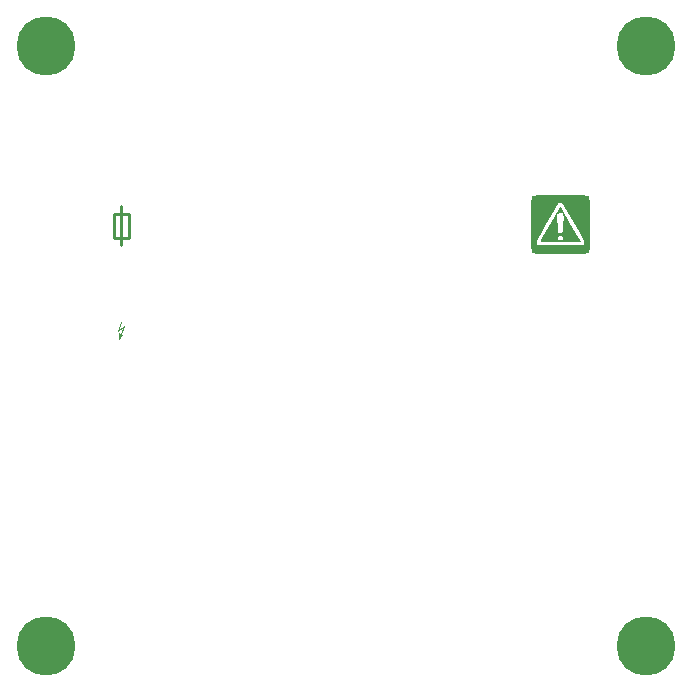
<source format=gbl>
G04 Layer: BottomLayer*
G04 EasyEDA v6.5.34, 2023-08-21 18:11:39*
G04 7c8418cbede34b2c85e998ecb34685fd,5a6b42c53f6a479593ecc07194224c93,10*
G04 Gerber Generator version 0.2*
G04 Scale: 100 percent, Rotated: No, Reflected: No *
G04 Dimensions in millimeters *
G04 leading zeros omitted , absolute positions ,4 integer and 5 decimal *
%FSLAX45Y45*%
%MOMM*%

%ADD10C,0.2540*%
%ADD11C,0.1000*%
%ADD12C,5.0000*%

%LPD*%
G36*
X4676241Y4199686D02*
G01*
X4592828Y4199382D01*
X4566818Y4199077D01*
X4549343Y4198569D01*
X4538726Y4197908D01*
X4533493Y4197045D01*
X4532426Y4196537D01*
X4531258Y4194098D01*
X4528362Y4192930D01*
X4522622Y4192371D01*
X4513326Y4192168D01*
X4494580Y4192168D01*
X4494428Y4164177D01*
X4493818Y4158437D01*
X4492701Y4155490D01*
X4490516Y4154627D01*
X4490008Y4153915D01*
X4489500Y4152392D01*
X4489043Y4149801D01*
X4488332Y4140708D01*
X4487824Y4125061D01*
X4487265Y4068013D01*
X4487113Y4023563D01*
X4487214Y3842105D01*
X4487484Y3797655D01*
X4534611Y3797655D01*
X4534712Y3799586D01*
X4536033Y3804767D01*
X4539335Y3812743D01*
X4545279Y3824935D01*
X4554575Y3842512D01*
X4567885Y3866896D01*
X4609490Y3941114D01*
X4653788Y4019245D01*
X4688128Y4078833D01*
X4711344Y4117949D01*
X4717338Y4127347D01*
X4718659Y4129074D01*
X4722469Y4131818D01*
X4726787Y4133697D01*
X4731461Y4134764D01*
X4736338Y4134967D01*
X4741265Y4134408D01*
X4745990Y4133037D01*
X4750409Y4130801D01*
X4754880Y4127195D01*
X4759655Y4119981D01*
X4768138Y4106113D01*
X4793589Y4062679D01*
X4826558Y4005275D01*
X4866589Y3934663D01*
X4899507Y3875836D01*
X4924856Y3829558D01*
X4933238Y3813810D01*
X4937912Y3804361D01*
X4938674Y3802329D01*
X4938979Y3798976D01*
X4938572Y3795166D01*
X4937607Y3791305D01*
X4933137Y3781806D01*
X4931765Y3779926D01*
X4929886Y3778351D01*
X4927346Y3776979D01*
X4923790Y3775811D01*
X4919065Y3774846D01*
X4912918Y3774084D01*
X4905044Y3773474D01*
X4883200Y3772662D01*
X4851704Y3772306D01*
X4549190Y3772204D01*
X4541875Y3779520D01*
X4538319Y3783584D01*
X4536084Y3787495D01*
X4534916Y3791965D01*
X4534611Y3797655D01*
X4487484Y3797655D01*
X4487824Y3774795D01*
X4488332Y3758895D01*
X4489043Y3749446D01*
X4489500Y3746652D01*
X4490008Y3744874D01*
X4490516Y3743960D01*
X4492650Y3742182D01*
X4493818Y3738676D01*
X4494428Y3732631D01*
X4494580Y3704691D01*
X4513326Y3704691D01*
X4520844Y3704488D01*
X4526788Y3703980D01*
X4530699Y3703167D01*
X4532274Y3702050D01*
X4537202Y3701491D01*
X4548581Y3700983D01*
X4590592Y3700272D01*
X4657902Y3699814D01*
X4782921Y3699713D01*
X4858664Y3700068D01*
X4911242Y3700678D01*
X4928209Y3701084D01*
X4941214Y3701796D01*
X4942078Y3702100D01*
X4943602Y3703065D01*
X4947767Y3703980D01*
X4953965Y3704742D01*
X4980838Y3705961D01*
X4981549Y3725316D01*
X4982057Y3732834D01*
X4982768Y3738981D01*
X4983734Y3743147D01*
X4984851Y3744925D01*
X4985359Y3750157D01*
X4986223Y3780790D01*
X4986782Y3836365D01*
X4987086Y3914851D01*
X4986832Y4057040D01*
X4985918Y4134358D01*
X4985410Y4147362D01*
X4984902Y4153865D01*
X4984597Y4154678D01*
X4983581Y4156100D01*
X4982819Y4160012D01*
X4982260Y4165955D01*
X4982108Y4192168D01*
X4963261Y4192168D01*
X4954168Y4192371D01*
X4948123Y4192981D01*
X4944618Y4194149D01*
X4942789Y4196232D01*
X4941925Y4196791D01*
X4940147Y4197299D01*
X4933340Y4198112D01*
X4920843Y4198721D01*
X4872685Y4199432D01*
G37*
G36*
X4736338Y4101541D02*
G01*
X4733340Y4097070D01*
X4715205Y4066336D01*
X4687879Y4018889D01*
X4709007Y4018889D01*
X4709160Y4027068D01*
X4709820Y4032656D01*
X4710277Y4034688D01*
X4711700Y4037736D01*
X4713681Y4040073D01*
X4721809Y4047032D01*
X4725822Y4049522D01*
X4729886Y4051198D01*
X4734001Y4052062D01*
X4738116Y4052112D01*
X4742332Y4051350D01*
X4746701Y4049776D01*
X4751120Y4047439D01*
X4754016Y4045508D01*
X4756454Y4043476D01*
X4758436Y4041089D01*
X4760061Y4038295D01*
X4761331Y4034891D01*
X4762246Y4030776D01*
X4762855Y4025696D01*
X4763211Y4019550D01*
X4763058Y4003497D01*
X4760417Y3948684D01*
X4758486Y3914800D01*
X4757318Y3900424D01*
X4756150Y3891026D01*
X4755489Y3887825D01*
X4754727Y3885336D01*
X4753914Y3883456D01*
X4752949Y3881983D01*
X4750562Y3879646D01*
X4743805Y3874414D01*
X4739335Y3872585D01*
X4734661Y3872737D01*
X4728616Y3874566D01*
X4725771Y3875786D01*
X4723333Y3877208D01*
X4721301Y3879087D01*
X4719574Y3881526D01*
X4718100Y3884726D01*
X4716881Y3888994D01*
X4715865Y3894378D01*
X4715002Y3901186D01*
X4713528Y3919677D01*
X4709261Y4007459D01*
X4709007Y4018889D01*
X4687879Y4018889D01*
X4655108Y3961333D01*
X4615738Y3891534D01*
X4584221Y3834993D01*
X4714849Y3834993D01*
X4716221Y3841902D01*
X4720234Y3848201D01*
X4725212Y3852468D01*
X4730902Y3855212D01*
X4736744Y3856278D01*
X4742078Y3855465D01*
X4747107Y3852926D01*
X4751120Y3849522D01*
X4754118Y3845407D01*
X4756048Y3840835D01*
X4756861Y3835958D01*
X4756454Y3830929D01*
X4754829Y3826001D01*
X4751933Y3821277D01*
X4748885Y3818026D01*
X4745583Y3815994D01*
X4741468Y3814978D01*
X4735830Y3814673D01*
X4730191Y3814978D01*
X4726076Y3815994D01*
X4722825Y3818026D01*
X4719777Y3821277D01*
X4716018Y3827983D01*
X4714849Y3834993D01*
X4584221Y3834993D01*
X4569561Y3807968D01*
X4567123Y3802837D01*
X4567682Y3802329D01*
X4569460Y3801872D01*
X4577283Y3801110D01*
X4591710Y3800551D01*
X4613808Y3800144D01*
X4697222Y3799738D01*
X4820005Y3799840D01*
X4875276Y3800246D01*
X4904536Y3800754D01*
X4907076Y3801008D01*
X4898796Y3816299D01*
X4844237Y3913479D01*
X4770577Y4043984D01*
X4740198Y4098696D01*
X4738827Y4100372D01*
X4737506Y4101388D01*
G37*
G36*
X996950Y3028950D02*
G01*
X996950Y2965450D01*
X1035050Y3016250D01*
G37*
D10*
X1015997Y4102092D02*
G01*
X1015997Y3771897D01*
D11*
X1015997Y3124194D02*
G01*
X990597Y3047994D01*
X1041397Y3086094D01*
X1015997Y3022594D01*
D10*
X952492Y4038592D02*
G01*
X1079492Y4038592D01*
X1079492Y3835392D01*
X952492Y3835392D01*
X952492Y4038592D01*
D12*
G01*
X380992Y5460992D03*
G01*
X380992Y380992D03*
G01*
X5460992Y380992D03*
G01*
X5460992Y5460992D03*
M02*

</source>
